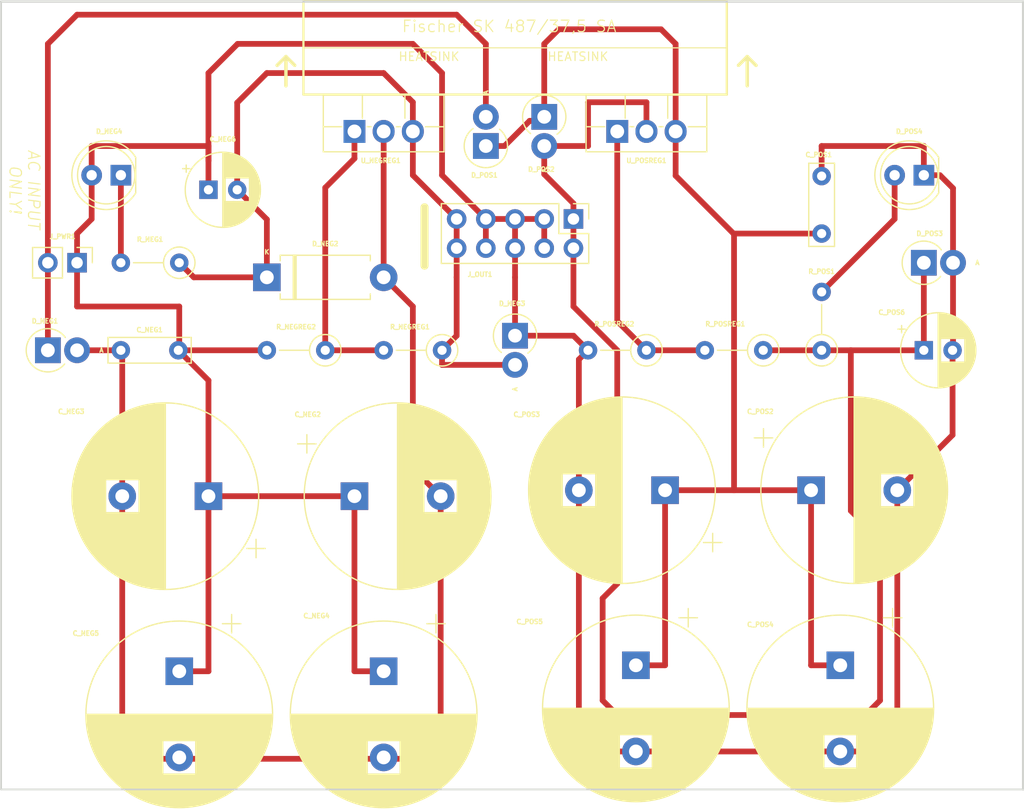
<source format=kicad_pcb>
(kicad_pcb (version 20171130) (host pcbnew "(5.0.0-3-g5ebb6b6)")
  (layers (0 F.Cu signal) (31 B.Cu signal) (34 B.Paste user) (35 F.Paste user) (36 B.SilkS user) (37 F.SilkS user) (38 B.Mask user) (39 F.Mask user) (44 Edge.Cuts user))
  (net 0 "")
  (net 1 GND)
  (net 2 /DC_NEG_IN)
  (net 3 /12VDC_NEG_REG)
  (net 4 /DC_POS_IN)
  (net 5 /12VDC_POS_REG)
  (net 6 /AC_IN)
  (net 7 "Net-(D_NEG4-Pad1)")
  (net 8 "Net-(D_POS4-Pad2)")
  (net 9 "Net-(R_NEGREG1-Pad2)")
  (net 10 "Net-(R_POSREG1-Pad2)")
  (module Package_TO_SOT_THT:TO-220F-3_Vertical (layer F.Cu) (at 157.48 67.31)
    (fp_text reference U_POSREG1 (at 2.54 2.54) (layer F.SilkS) (effects (font (size 0.4 0.4) (thickness 0.1))))
    (fp_text value LM317_3PinPackage)
    (pad 1 thru_hole rect (at 0 0) (size 1.905 2) (drill 1.2) (layers *.Cu *.Mask) (net 10 "Net-(R_POSREG1-Pad2)"))
    (pad 2 thru_hole oval (at 2.54 0) (size 1.905 2) (drill 1.2) (layers *.Cu *.Mask) (net 5 /12VDC_POS_REG))
    (pad 3 thru_hole oval (at 5.08 0) (size 1.905 2) (drill 1.2) (layers *.Cu *.Mask) (net 4 /DC_POS_IN))
  )
  (module Capacitor_THT:CP_Radial_D16.0mm_P7.50mm (layer F.Cu) (at 119.38 114.3 270)
    (fp_text reference C_NEG5 (at -3.302 8.128) (layer F.SilkS) (effects (font (size 0.4 0.4) (thickness 0.1))))
    (fp_text value 4700uF)
    (pad 2 thru_hole circle (at 7.5 0 270) (size 2.4 2.4) (drill 1.2) (layers *.Cu *.Mask) (net 2 /DC_NEG_IN))
    (pad 1 thru_hole rect (at 0 0 270) (size 2.4 2.4) (drill 1.2) (layers *.Cu *.Mask) (net 1 GND))
  )
  (module Capacitor_THT:C_Rect_L7.0mm_W2.0mm_P5.00mm (layer F.Cu) (at 114.3 86.36)
    (fp_text reference C_NEG1 (at 2.5 -1.778) (layer F.SilkS) (effects (font (size 0.4 0.4) (thickness 0.1))))
    (fp_text value 100nF)
    (pad 2 thru_hole circle (at 5 0) (size 1.6 1.6) (drill 0.8) (layers *.Cu *.Mask) (net 1 GND))
    (pad 1 thru_hole circle (at 0 0) (size 1.6 1.6) (drill 0.8) (layers *.Cu *.Mask) (net 2 /DC_NEG_IN))
  )
  (module Capacitor_THT:CP_Radial_D16.0mm_P7.50mm (layer F.Cu) (at 134.62 99.06)
    (fp_text reference C_NEG2 (at -4.064 -7.112) (layer F.SilkS) (effects (font (size 0.4 0.4) (thickness 0.1))))
    (fp_text value 4700uF)
    (pad 2 thru_hole circle (at 7.5 0) (size 2.4 2.4) (drill 1.2) (layers *.Cu *.Mask) (net 2 /DC_NEG_IN))
    (pad 1 thru_hole rect (at 0 0) (size 2.4 2.4) (drill 1.2) (layers *.Cu *.Mask) (net 1 GND))
  )
  (module Capacitor_THT:CP_Radial_D16.0mm_P7.50mm (layer F.Cu) (at 121.92 99.06 180)
    (fp_text reference C_NEG3 (at 11.938 7.366 180) (layer F.SilkS) (effects (font (size 0.4 0.4) (thickness 0.1))))
    (fp_text value 4700uF)
    (pad 1 thru_hole rect (at 0 0 180) (size 2.4 2.4) (drill 1.2) (layers *.Cu *.Mask) (net 1 GND))
    (pad 2 thru_hole circle (at 7.5 0 180) (size 2.4 2.4) (drill 1.2) (layers *.Cu *.Mask) (net 2 /DC_NEG_IN))
  )
  (module Capacitor_THT:CP_Radial_D16.0mm_P7.50mm (layer F.Cu) (at 137.16 114.3 270)
    (fp_text reference C_NEG4 (at -4.826 5.842) (layer F.SilkS) (effects (font (size 0.4 0.4) (thickness 0.1))))
    (fp_text value 4700uF)
    (pad 2 thru_hole circle (at 7.5 0 270) (size 2.4 2.4) (drill 1.2) (layers *.Cu *.Mask) (net 2 /DC_NEG_IN))
    (pad 1 thru_hole rect (at 0 0 270) (size 2.4 2.4) (drill 1.2) (layers *.Cu *.Mask) (net 1 GND))
  )
  (module Capacitor_THT:CP_Radial_D6.3mm_P2.50mm (layer F.Cu) (at 121.92 72.39)
    (fp_text reference C_NEG6 (at 1.25 -4.4) (layer F.SilkS) (effects (font (size 0.4 0.4) (thickness 0.1))))
    (fp_text value 100uF)
    (pad 1 thru_hole rect (at 0 0) (size 1.6 1.6) (drill 0.8) (layers *.Cu *.Mask) (net 1 GND))
    (pad 2 thru_hole circle (at 2.5 0) (size 1.6 1.6) (drill 0.8) (layers *.Cu *.Mask) (net 3 /12VDC_NEG_REG))
  )
  (module Capacitor_THT:C_Rect_L7.0mm_W2.0mm_P5.00mm (layer F.Cu) (at 175.26 76.2 90)
    (fp_text reference C_POS1 (at 6.858 -0.254 180) (layer F.SilkS) (effects (font (size 0.4 0.4) (thickness 0.1))))
    (fp_text value 100nF)
    (pad 1 thru_hole circle (at 0 0 90) (size 1.6 1.6) (drill 0.8) (layers *.Cu *.Mask) (net 4 /DC_POS_IN))
    (pad 2 thru_hole circle (at 5 0 90) (size 1.6 1.6) (drill 0.8) (layers *.Cu *.Mask) (net 1 GND))
  )
  (module Capacitor_THT:CP_Radial_D16.0mm_P7.50mm (layer F.Cu) (at 174.341383 98.540872)
    (fp_text reference C_POS2 (at -4.415383 -6.846872) (layer F.SilkS) (effects (font (size 0.4 0.4) (thickness 0.1))))
    (fp_text value 4700uF)
    (pad 1 thru_hole rect (at 0 0) (size 2.4 2.4) (drill 1.2) (layers *.Cu *.Mask) (net 4 /DC_POS_IN))
    (pad 2 thru_hole circle (at 7.5 0) (size 2.4 2.4) (drill 1.2) (layers *.Cu *.Mask) (net 1 GND))
  )
  (module Capacitor_THT:CP_Radial_D16.0mm_P7.50mm (layer F.Cu) (at 161.641383 98.540872 180)
    (fp_text reference C_POS3 (at 12.035383 6.592872 180) (layer F.SilkS) (effects (font (size 0.4 0.4) (thickness 0.1))))
    (fp_text value 4700uF)
    (pad 2 thru_hole circle (at 7.5 0 180) (size 2.4 2.4) (drill 1.2) (layers *.Cu *.Mask) (net 1 GND))
    (pad 1 thru_hole rect (at 0 0 180) (size 2.4 2.4) (drill 1.2) (layers *.Cu *.Mask) (net 4 /DC_POS_IN))
  )
  (module Capacitor_THT:CP_Radial_D16.0mm_P7.50mm (layer F.Cu) (at 176.881383 113.780872 270)
    (fp_text reference C_POS4 (at -3.544872 6.955383) (layer F.SilkS) (effects (font (size 0.4 0.4) (thickness 0.1))))
    (fp_text value 4700uF)
    (pad 1 thru_hole rect (at 0 0 270) (size 2.4 2.4) (drill 1.2) (layers *.Cu *.Mask) (net 4 /DC_POS_IN))
    (pad 2 thru_hole circle (at 7.5 0 270) (size 2.4 2.4) (drill 1.2) (layers *.Cu *.Mask) (net 1 GND))
  )
  (module Capacitor_THT:CP_Radial_D16.0mm_P7.50mm (layer F.Cu) (at 159.101383 113.780872 270)
    (fp_text reference C_POS5 (at -3.798872 9.241383) (layer F.SilkS) (effects (font (size 0.4 0.4) (thickness 0.1))))
    (fp_text value 4700uF)
    (pad 1 thru_hole rect (at 0 0 270) (size 2.4 2.4) (drill 1.2) (layers *.Cu *.Mask) (net 4 /DC_POS_IN))
    (pad 2 thru_hole circle (at 7.5 0 270) (size 2.4 2.4) (drill 1.2) (layers *.Cu *.Mask) (net 1 GND))
  )
  (module Capacitor_THT:CP_Radial_D6.3mm_P2.50mm (layer F.Cu) (at 184.15 86.36)
    (fp_text reference C_POS6 (at -2.794 -3.302) (layer F.SilkS) (effects (font (size 0.4 0.4) (thickness 0.1))))
    (fp_text value 100uF)
    (pad 2 thru_hole circle (at 2.5 0) (size 1.6 1.6) (drill 0.8) (layers *.Cu *.Mask) (net 1 GND))
    (pad 1 thru_hole rect (at 0 0) (size 1.6 1.6) (drill 0.8) (layers *.Cu *.Mask) (net 5 /12VDC_POS_REG))
  )
  (module Diode_THT:D_DO-15_P2.54mm_Vertical_AnodeUp (layer F.Cu) (at 148.59 85.09 270)
    (fp_text reference D_NEG3 (at -2.794 0.254) (layer F.SilkS) (effects (font (size 0.4 0.4) (thickness 0.1))))
    (fp_text value 1N4004)
    (fp_text user A (at 4.66 0 270) (layer F.SilkS) (effects (font (size 0.4 0.4) (thickness 0.1))))
    (pad 2 thru_hole oval (at 2.54 0 270) (size 2.24 2.24) (drill 1.2) (layers *.Cu *.Mask) (net 3 /12VDC_NEG_REG))
    (pad 1 thru_hole rect (at 0 0 270) (size 2.24 2.24) (drill 1.2) (layers *.Cu *.Mask) (net 1 GND))
  )
  (module LED_THT:LED_D5.0mm (layer F.Cu) (at 114.3 71.12 180)
    (fp_text reference D_NEG4 (at 1.016 3.81 180) (layer F.SilkS) (effects (font (size 0.4 0.4) (thickness 0.1))))
    (fp_text value LED)
    (pad 2 thru_hole circle (at 2.54 0 180) (size 1.8 1.8) (drill 0.9) (layers *.Cu *.Mask) (net 1 GND))
    (pad 1 thru_hole rect (at 0 0 180) (size 1.8 1.8) (drill 0.9) (layers *.Cu *.Mask) (net 7 "Net-(D_NEG4-Pad1)"))
  )
  (module Diode_THT:D_DO-15_P2.54mm_Vertical_AnodeUp (layer F.Cu) (at 146.05 68.58 90)
    (fp_text reference D_POS1 (at -2.54 -0.127 180) (layer F.SilkS) (effects (font (size 0.4 0.4) (thickness 0.1))))
    (fp_text value 1N4004)
    (fp_text user A (at 4.66 0 90) (layer F.SilkS) (effects (font (size 0.4 0.4) (thickness 0.1))))
    (pad 1 thru_hole rect (at 0 0 90) (size 2.24 2.24) (drill 1.2) (layers *.Cu *.Mask) (net 4 /DC_POS_IN))
    (pad 2 thru_hole oval (at 2.54 0 90) (size 2.24 2.24) (drill 1.2) (layers *.Cu *.Mask) (net 6 /AC_IN))
  )
  (module Diode_THT:D_DO-15_P2.54mm_Vertical_AnodeUp (layer F.Cu) (at 151.13 66.04 270)
    (fp_text reference D_POS2 (at 4.572 0.254) (layer F.SilkS) (effects (font (size 0.4 0.4) (thickness 0.1))))
    (fp_text value 1N4004)
    (fp_text user A (at 4.66 0 270) (layer F.SilkS) (effects (font (size 0.4 0.4) (thickness 0.1))))
    (pad 1 thru_hole rect (at 0 0 270) (size 2.24 2.24) (drill 1.2) (layers *.Cu *.Mask) (net 4 /DC_POS_IN))
    (pad 2 thru_hole oval (at 2.54 0 270) (size 2.24 2.24) (drill 1.2) (layers *.Cu *.Mask) (net 5 /12VDC_POS_REG))
  )
  (module Diode_THT:D_DO-15_P2.54mm_Vertical_AnodeUp (layer F.Cu) (at 184.15 78.74)
    (fp_text reference D_POS3 (at 0.508 -2.54) (layer F.SilkS) (effects (font (size 0.4 0.4) (thickness 0.1))))
    (fp_text value 1N4004)
    (fp_text user A (at 4.66 0) (layer F.SilkS) (effects (font (size 0.4 0.4) (thickness 0.1))))
    (pad 1 thru_hole rect (at 0 0) (size 2.24 2.24) (drill 1.2) (layers *.Cu *.Mask) (net 5 /12VDC_POS_REG))
    (pad 2 thru_hole oval (at 2.54 0) (size 2.24 2.24) (drill 1.2) (layers *.Cu *.Mask) (net 1 GND))
  )
  (module LED_THT:LED_D5.0mm (layer F.Cu) (at 184.15 71.12 180)
    (fp_text reference D_POS4 (at 1.27 3.81 180) (layer F.SilkS) (effects (font (size 0.4 0.4) (thickness 0.1))))
    (fp_text value LED)
    (pad 1 thru_hole rect (at 0 0 180) (size 1.8 1.8) (drill 0.9) (layers *.Cu *.Mask) (net 1 GND))
    (pad 2 thru_hole circle (at 2.54 0 180) (size 1.8 1.8) (drill 0.9) (layers *.Cu *.Mask) (net 8 "Net-(D_POS4-Pad2)"))
  )
  (module Connector_PinHeader_2.54mm:PinHeader_2x05_P2.54mm_Vertical (layer F.Cu) (at 153.67 74.93 270)
    (fp_text reference J_OUT1 (at 4.826 8.128) (layer F.SilkS) (effects (font (size 0.4 0.4) (thickness 0.1))))
    (fp_text value Conn_02x05_Odd_Even)
    (pad 1 thru_hole rect (at 0 0 270) (size 1.7 1.7) (drill 1) (layers *.Cu *.Mask) (net 5 /12VDC_POS_REG))
    (pad 2 thru_hole oval (at 2.54 0 270) (size 1.7 1.7) (drill 1) (layers *.Cu *.Mask) (net 5 /12VDC_POS_REG))
    (pad 3 thru_hole oval (at 0 2.54 270) (size 1.7 1.7) (drill 1) (layers *.Cu *.Mask) (net 1 GND))
    (pad 4 thru_hole oval (at 2.54 2.54 270) (size 1.7 1.7) (drill 1) (layers *.Cu *.Mask) (net 1 GND))
    (pad 5 thru_hole oval (at 0 5.08 270) (size 1.7 1.7) (drill 1) (layers *.Cu *.Mask) (net 1 GND))
    (pad 6 thru_hole oval (at 2.54 5.08 270) (size 1.7 1.7) (drill 1) (layers *.Cu *.Mask) (net 1 GND))
    (pad 7 thru_hole oval (at 0 7.62 270) (size 1.7 1.7) (drill 1) (layers *.Cu *.Mask) (net 1 GND))
    (pad 8 thru_hole oval (at 2.54 7.62 270) (size 1.7 1.7) (drill 1) (layers *.Cu *.Mask) (net 1 GND))
    (pad 9 thru_hole oval (at 0 10.16 270) (size 1.7 1.7) (drill 1) (layers *.Cu *.Mask) (net 3 /12VDC_NEG_REG))
    (pad 10 thru_hole oval (at 2.54 10.16 270) (size 1.7 1.7) (drill 1) (layers *.Cu *.Mask) (net 3 /12VDC_NEG_REG))
  )
  (module Connector_PinHeader_2.54mm:PinHeader_1x02_P2.54mm_Vertical (layer F.Cu) (at 110.49 78.74 270)
    (fp_text reference J_PWR1 (at -2.286 1.27) (layer F.SilkS) (effects (font (size 0.4 0.4) (thickness 0.1))))
    (fp_text value Conn_01x02)
    (pad 1 thru_hole rect (at 0 0 270) (size 1.7 1.7) (drill 1) (layers *.Cu *.Mask) (net 1 GND))
    (pad 2 thru_hole oval (at 0 2.54 270) (size 1.7 1.7) (drill 1) (layers *.Cu *.Mask) (net 6 /AC_IN))
  )
  (module Resistor_THT:R_Axial_DIN0207_L6.3mm_D2.5mm_P5.08mm_Vertical (layer F.Cu) (at 119.38 78.74 180)
    (fp_text reference R_NEG1 (at 2.54 2.032 180) (layer F.SilkS) (effects (font (size 0.4 0.4) (thickness 0.1))))
    (fp_text value 1K)
    (pad 2 thru_hole oval (at 5.08 0 180) (size 1.6 1.6) (drill 0.8) (layers *.Cu *.Mask) (net 7 "Net-(D_NEG4-Pad1)"))
    (pad 1 thru_hole circle (at 0 0 180) (size 1.6 1.6) (drill 0.8) (layers *.Cu *.Mask) (net 3 /12VDC_NEG_REG))
  )
  (module Resistor_THT:R_Axial_DIN0207_L6.3mm_D2.5mm_P5.08mm_Vertical (layer F.Cu) (at 142.24 86.36 180)
    (fp_text reference R_NEGREG1 (at 2.794 2.032 180) (layer F.SilkS) (effects (font (size 0.4 0.4) (thickness 0.1))))
    (fp_text value 120R)
    (pad 1 thru_hole circle (at 0 0 180) (size 1.6 1.6) (drill 0.8) (layers *.Cu *.Mask) (net 3 /12VDC_NEG_REG))
    (pad 2 thru_hole oval (at 5.08 0 180) (size 1.6 1.6) (drill 0.8) (layers *.Cu *.Mask) (net 9 "Net-(R_NEGREG1-Pad2)"))
  )
  (module Resistor_THT:R_Axial_DIN0207_L6.3mm_D2.5mm_P5.08mm_Vertical (layer F.Cu) (at 132.08 86.36 180)
    (fp_text reference R_NEGREG2 (at 2.54 2.032 180) (layer F.SilkS) (effects (font (size 0.4 0.4) (thickness 0.1))))
    (fp_text value 390R)
    (pad 2 thru_hole oval (at 5.08 0 180) (size 1.6 1.6) (drill 0.8) (layers *.Cu *.Mask) (net 1 GND))
    (pad 1 thru_hole circle (at 0 0 180) (size 1.6 1.6) (drill 0.8) (layers *.Cu *.Mask) (net 9 "Net-(R_NEGREG1-Pad2)"))
  )
  (module Resistor_THT:R_Axial_DIN0207_L6.3mm_D2.5mm_P5.08mm_Vertical (layer F.Cu) (at 175.26 86.36 90)
    (fp_text reference R_POS1 (at 6.858 0 180) (layer F.SilkS) (effects (font (size 0.4 0.4) (thickness 0.1))))
    (fp_text value 1K)
    (pad 1 thru_hole circle (at 0 0 90) (size 1.6 1.6) (drill 0.8) (layers *.Cu *.Mask) (net 5 /12VDC_POS_REG))
    (pad 2 thru_hole oval (at 5.08 0 90) (size 1.6 1.6) (drill 0.8) (layers *.Cu *.Mask) (net 8 "Net-(D_POS4-Pad2)"))
  )
  (module Resistor_THT:R_Axial_DIN0207_L6.3mm_D2.5mm_P5.08mm_Vertical (layer F.Cu) (at 170.18 86.36 180)
    (fp_text reference R_POSREG1 (at 3.302 2.286 180) (layer F.SilkS) (effects (font (size 0.4 0.4) (thickness 0.1))))
    (fp_text value 120R)
    (pad 1 thru_hole circle (at 0 0 180) (size 1.6 1.6) (drill 0.8) (layers *.Cu *.Mask) (net 5 /12VDC_POS_REG))
    (pad 2 thru_hole oval (at 5.08 0 180) (size 1.6 1.6) (drill 0.8) (layers *.Cu *.Mask) (net 10 "Net-(R_POSREG1-Pad2)"))
  )
  (module Resistor_THT:R_Axial_DIN0207_L6.3mm_D2.5mm_P5.08mm_Vertical (layer F.Cu) (at 160.02 86.36 180)
    (fp_text reference R_POSREG2 (at 2.794 2.286 180) (layer F.SilkS) (effects (font (size 0.4 0.4) (thickness 0.1))))
    (fp_text value 390R)
    (pad 2 thru_hole oval (at 5.08 0 180) (size 1.6 1.6) (drill 0.8) (layers *.Cu *.Mask) (net 1 GND))
    (pad 1 thru_hole circle (at 0 0 180) (size 1.6 1.6) (drill 0.8) (layers *.Cu *.Mask) (net 10 "Net-(R_POSREG1-Pad2)"))
  )
  (module Package_TO_SOT_THT:TO-220F-3_Vertical (layer F.Cu) (at 134.62 67.31)
    (fp_text reference U_NEGREG1 (at 2.286 2.54) (layer F.SilkS) (effects (font (size 0.4 0.4) (thickness 0.1))))
    (fp_text value LM337_TO220)
    (pad 3 thru_hole oval (at 5.08 0) (size 1.905 2) (drill 1.2) (layers *.Cu *.Mask) (net 3 /12VDC_NEG_REG))
    (pad 2 thru_hole oval (at 2.54 0) (size 1.905 2) (drill 1.2) (layers *.Cu *.Mask) (net 2 /DC_NEG_IN))
    (pad 1 thru_hole rect (at 0 0) (size 1.905 2) (drill 1.2) (layers *.Cu *.Mask) (net 9 "Net-(R_NEGREG1-Pad2)"))
  )
  (module Diode_THT:D_DO-15_P2.54mm_Vertical_AnodeUp (layer F.Cu) (at 107.95 86.36)
    (fp_text reference D_NEG1 (at -0.254 -2.54) (layer F.SilkS) (effects (font (size 0.4 0.4) (thickness 0.1))))
    (fp_text value 1N4007)
    (fp_text user A (at 4.66 0) (layer F.SilkS) (effects (font (size 0.4 0.4) (thickness 0.1))))
    (pad 1 thru_hole rect (at 0 0) (size 2.24 2.24) (drill 1.2) (layers *.Cu *.Mask) (net 6 /AC_IN))
    (pad 2 thru_hole oval (at 2.54 0) (size 2.24 2.24) (drill 1.2) (layers *.Cu *.Mask) (net 2 /DC_NEG_IN))
  )
  (module Diode_THT:D_DO-15_P10.16mm_Horizontal (layer F.Cu) (at 127 80.01)
    (fp_text reference D_NEG2 (at 5.08 -2.92) (layer F.SilkS) (effects (font (size 0.4 0.4) (thickness 0.1))))
    (fp_text value 1N4004)
    (fp_text user K (at 0 -2.2) (layer F.SilkS) (effects (font (size 0.4 0.4) (thickness 0.1))))
    (pad 1 thru_hole rect (at 0 0) (size 2.4 2.4) (drill 1.2) (layers *.Cu *.Mask) (net 3 /12VDC_NEG_REG))
    (pad 2 thru_hole oval (at 10.16 0) (size 2.4 2.4) (drill 1.2) (layers *.Cu *.Mask) (net 2 /DC_NEG_IN))
  )
  (gr_line (start 168.79082 60.796608) (end 169.55282 61.558608) (layer F.SilkS) (width 0.3))
  (gr_line (start 168.79082 60.796608) (end 168.02882 61.558608) (layer F.SilkS) (width 0.3))
  (gr_line (start 168.79082 63.336608) (end 168.79082 60.796608) (layer F.SilkS) (width 0.3))
  (gr_line (start 128.65882 60.796608) (end 127.89682 61.558608) (layer F.SilkS) (width 0.3))
  (gr_line (start 128.65882 60.796608) (end 129.42082 61.558608) (layer F.SilkS) (width 0.3))
  (gr_line (start 128.65882 63.336608) (end 128.65882 60.796608) (layer F.SilkS) (width 0.3))
  (gr_line (start 130.18282 55.970608) (end 167.01282 55.970608) (layer F.SilkS) (width 0.2))
  (gr_line (start 130.18282 64.098608) (end 167.01282 64.098608) (layer F.SilkS) (width 0.2))
  (gr_line (start 130.18282 55.970608) (end 130.18282 64.098608) (layer F.SilkS) (width 0.2))
  (gr_line (start 167.01282 55.970608) (end 167.01282 64.098608) (layer F.SilkS) (width 0.2))
  (gr_text "AC INPUT\nONLY!" (at 105.918 72.39 270) (layer F.SilkS) (effects (font (size 1 1) (thickness 0.1) italic)))
  (gr_text "Fischer SK 487/37,5 SA" (at 148.082 58.166) (layer F.SilkS) (effects (font (size 1 1) (thickness 0.1))))
  (gr_line (start 140.716 73.914) (end 140.716 78.994) (layer F.SilkS) (width 0.7))
  (gr_text HEATSINK (at 154.05882 60.796608) (layer F.SilkS) (effects (font (size 0.75 0.75) (thickness 0.1))))
  (gr_text HEATSINK (at 141.10482 60.796608) (layer F.SilkS) (effects (font (size 0.75 0.75) (thickness 0.1))))
  (gr_line (start 130.18282 60.034608) (end 167.01282 60.034608) (layer F.SilkS) (width 0.1))
  (gr_line (start 103.886 124.587) (end 103.886 56.007) (layer Edge.Cuts) (width 0.15))
  (gr_line (start 192.786 124.587) (end 103.886 124.587) (layer Edge.Cuts) (width 0.15))
  (gr_line (start 192.786 56.007) (end 192.786 124.587) (layer Edge.Cuts) (width 0.2))
  (gr_line (start 103.886 56.007) (end 192.786 56.007) (layer Edge.Cuts) (width 0.2))
  (segment (start 119.38 114.3) (end 121.92 114.3) (width 0.5) (layer F.Cu) (net 1))
  (segment (start 121.92 114.3) (end 121.92 99.06) (width 0.5) (layer F.Cu) (net 1))
  (segment (start 121.92 99.06) (end 134.62 99.06) (width 0.5) (layer F.Cu) (net 1))
  (segment (start 134.62 99.06) (end 134.62 114.3) (width 0.5) (layer F.Cu) (net 1))
  (segment (start 134.62 114.3) (end 137.16 114.3) (width 0.5) (layer F.Cu) (net 1))
  (segment (start 176.881383 121.280872) (end 181.841383 121.280872) (width 0.5) (layer F.Cu) (net 1))
  (segment (start 181.841383 121.280872) (end 181.841383 98.540872) (width 0.5) (layer F.Cu) (net 1))
  (segment (start 154.141383 98.540872) (end 154.141383 121.280872) (width 0.5) (layer F.Cu) (net 1))
  (segment (start 154.141383 121.280872) (end 159.101383 121.280872) (width 0.5) (layer F.Cu) (net 1))
  (segment (start 159.101383 121.280872) (end 176.881383 121.280872) (width 0.5) (layer F.Cu) (net 1))
  (segment (start 119.38 86.28) (end 119.3 86.36) (width 0.5) (layer F.Cu) (net 1))
  (segment (start 119.38 82.55) (end 119.38 86.28) (width 0.5) (layer F.Cu) (net 1))
  (segment (start 110.49 82.55) (end 119.38 82.55) (width 0.5) (layer F.Cu) (net 1))
  (segment (start 110.49 78.74) (end 110.49 82.55) (width 0.5) (layer F.Cu) (net 1))
  (segment (start 121.92 88.98) (end 119.3 86.36) (width 0.5) (layer F.Cu) (net 1))
  (segment (start 121.92 99.06) (end 121.92 88.98) (width 0.5) (layer F.Cu) (net 1))
  (segment (start 119.3 86.36) (end 127 86.36) (width 0.5) (layer F.Cu) (net 1))
  (segment (start 153.67 85.09) (end 154.94 86.36) (width 0.5) (layer F.Cu) (net 1))
  (segment (start 148.59 85.09) (end 153.67 85.09) (width 0.5) (layer F.Cu) (net 1))
  (segment (start 148.59 85.09) (end 148.59 80.01) (width 0.5) (layer F.Cu) (net 1))
  (segment (start 146.05 77.47) (end 146.05 74.93) (width 0.5) (layer F.Cu) (net 1))
  (segment (start 146.05 74.93) (end 151.13 74.93) (width 0.5) (layer F.Cu) (net 1))
  (segment (start 151.13 77.47) (end 151.13 74.93) (width 0.5) (layer F.Cu) (net 1))
  (segment (start 154.141383 87.158617) (end 154.94 86.36) (width 0.5) (layer F.Cu) (net 1))
  (segment (start 154.141383 98.540872) (end 154.141383 87.158617) (width 0.5) (layer F.Cu) (net 1))
  (segment (start 175.26 71.2) (end 175.26 68.58) (width 0.5) (layer F.Cu) (net 1))
  (segment (start 175.26 68.58) (end 184.15 68.58) (width 0.5) (layer F.Cu) (net 1))
  (segment (start 184.15 68.58) (end 184.15 71.12) (width 0.5) (layer F.Cu) (net 1))
  (segment (start 185.55 71.12) (end 184.15 71.12) (width 0.5) (layer F.Cu) (net 1))
  (segment (start 186.69 72.26) (end 185.55 71.12) (width 0.5) (layer F.Cu) (net 1))
  (segment (start 186.69 78.74) (end 186.69 72.26) (width 0.5) (layer F.Cu) (net 1))
  (segment (start 186.69 86.32) (end 186.65 86.36) (width 0.5) (layer F.Cu) (net 1))
  (segment (start 186.69 78.74) (end 186.69 86.32) (width 0.5) (layer F.Cu) (net 1))
  (segment (start 186.65 93.732255) (end 181.841383 98.540872) (width 0.5) (layer F.Cu) (net 1))
  (segment (start 186.65 86.36) (end 186.65 93.732255) (width 0.5) (layer F.Cu) (net 1))
  (segment (start 146.05 74.93) (end 142.24 71.12) (width 0.5) (layer F.Cu) (net 1))
  (segment (start 121.92 62.23) (end 121.92 69.85) (width 0.5) (layer F.Cu) (net 1))
  (segment (start 139.7 59.69) (end 124.46 59.69) (width 0.5) (layer F.Cu) (net 1))
  (segment (start 124.46 59.69) (end 121.92 62.23) (width 0.5) (layer F.Cu) (net 1))
  (segment (start 142.24 62.23) (end 139.7 59.69) (width 0.5) (layer F.Cu) (net 1))
  (segment (start 142.24 71.12) (end 142.24 62.23) (width 0.5) (layer F.Cu) (net 1))
  (segment (start 148.59 80.01) (end 148.59 77.47) (width 0.5) (layer F.Cu) (net 1))
  (segment (start 148.59 77.47) (end 148.59 74.93) (width 0.5) (layer F.Cu) (net 1))
  (segment (start 121.92 69.85) (end 121.92 72.39) (width 0.5) (layer F.Cu) (net 1))
  (segment (start 111.76 68.58) (end 121.92 68.58) (width 0.5) (layer F.Cu) (net 1))
  (segment (start 111.76 74.93) (end 111.76 68.58) (width 0.5) (layer F.Cu) (net 1))
  (segment (start 110.49 76.2) (end 111.76 74.93) (width 0.5) (layer F.Cu) (net 1))
  (segment (start 121.92 68.58) (end 121.92 69.85) (width 0.5) (layer F.Cu) (net 1))
  (segment (start 110.49 78.74) (end 110.49 76.2) (width 0.5) (layer F.Cu) (net 1))
  (segment (start 142.24 121.92) (end 142.12 121.8) (width 0.5) (layer F.Cu) (net 2))
  (segment (start 114.42 121.8) (end 114.54 121.92) (width 0.5) (layer F.Cu) (net 2))
  (segment (start 114.42 99.06) (end 114.42 121.8) (width 0.5) (layer F.Cu) (net 2))
  (segment (start 114.42 86.48) (end 114.3 86.36) (width 0.5) (layer F.Cu) (net 2))
  (segment (start 114.42 99.06) (end 114.42 86.48) (width 0.5) (layer F.Cu) (net 2))
  (segment (start 114.3 86.36) (end 110.49 86.36) (width 0.5) (layer F.Cu) (net 2))
  (segment (start 114.54 121.92) (end 142.24 121.92) (width 0.5) (layer F.Cu) (net 2))
  (segment (start 142.12 121.8) (end 142.12 99.06) (width 0.5) (layer F.Cu) (net 2))
  (segment (start 139.7 96.64) (end 142.12 99.06) (width 0.5) (layer F.Cu) (net 2))
  (segment (start 139.7 82.55) (end 139.7 96.64) (width 0.5) (layer F.Cu) (net 2))
  (segment (start 137.16 80.01) (end 139.7 82.55) (width 0.5) (layer F.Cu) (net 2))
  (segment (start 137.16 67.31) (end 137.16 80.01) (width 0.5) (layer F.Cu) (net 2))
  (segment (start 143.51 85.09) (end 142.24 86.36) (width 0.5) (layer F.Cu) (net 3))
  (segment (start 143.51 80.01) (end 143.51 85.09) (width 0.5) (layer F.Cu) (net 3))
  (segment (start 142.24 86.36) (end 142.24 87.63) (width 0.5) (layer F.Cu) (net 3))
  (segment (start 142.24 87.63) (end 148.59 87.63) (width 0.5) (layer F.Cu) (net 3))
  (segment (start 143.51 80.01) (end 143.51 77.47) (width 0.5) (layer F.Cu) (net 3))
  (segment (start 127 74.97) (end 127 80.01) (width 0.5) (layer F.Cu) (net 3))
  (segment (start 124.42 72.39) (end 127 74.97) (width 0.5) (layer F.Cu) (net 3))
  (segment (start 120.65 80.01) (end 119.38 78.74) (width 0.5) (layer F.Cu) (net 3))
  (segment (start 127 80.01) (end 120.65 80.01) (width 0.5) (layer F.Cu) (net 3))
  (segment (start 143.51 74.93) (end 143.51 77.47) (width 0.5) (layer F.Cu) (net 3))
  (segment (start 137.16 62.23) (end 139.7 64.77) (width 0.5) (layer F.Cu) (net 3))
  (segment (start 127 62.23) (end 137.16 62.23) (width 0.5) (layer F.Cu) (net 3))
  (segment (start 139.7 64.77) (end 139.7 71.12) (width 0.5) (layer F.Cu) (net 3))
  (segment (start 139.7 71.12) (end 143.51 74.93) (width 0.5) (layer F.Cu) (net 3))
  (segment (start 124.42 64.81) (end 127 62.23) (width 0.5) (layer F.Cu) (net 3))
  (segment (start 124.42 72.39) (end 124.42 64.81) (width 0.5) (layer F.Cu) (net 3))
  (segment (start 159.101383 113.780872) (end 161.641383 113.780872) (width 0.5) (layer F.Cu) (net 4))
  (segment (start 161.641383 113.780872) (end 161.641383 98.540872) (width 0.5) (layer F.Cu) (net 4))
  (segment (start 174.341383 98.540872) (end 174.341383 113.780872) (width 0.5) (layer F.Cu) (net 4))
  (segment (start 174.341383 113.780872) (end 176.881383 113.780872) (width 0.5) (layer F.Cu) (net 4))
  (segment (start 167.64 76.2475) (end 167.64 98.540872) (width 0.5) (layer F.Cu) (net 4))
  (segment (start 167.64 98.540872) (end 161.641383 98.540872) (width 0.5) (layer F.Cu) (net 4))
  (segment (start 174.341383 98.540872) (end 167.64 98.540872) (width 0.5) (layer F.Cu) (net 4))
  (segment (start 167.5925 76.2) (end 167.64 76.2475) (width 0.5) (layer F.Cu) (net 4))
  (segment (start 175.26 76.2) (end 167.5925 76.2) (width 0.5) (layer F.Cu) (net 4))
  (segment (start 147.67 68.58) (end 149.86 66.39) (width 0.5) (layer F.Cu) (net 4))
  (segment (start 146.05 68.58) (end 147.67 68.58) (width 0.5) (layer F.Cu) (net 4))
  (segment (start 150.78 66.39) (end 151.13 66.04) (width 0.5) (layer F.Cu) (net 4))
  (segment (start 149.86 66.39) (end 150.78 66.39) (width 0.5) (layer F.Cu) (net 4))
  (segment (start 162.56 71.1675) (end 167.5925 76.2) (width 0.5) (layer F.Cu) (net 4))
  (segment (start 161.29 58.42) (end 162.56 59.69) (width 0.5) (layer F.Cu) (net 4))
  (segment (start 152.4 58.42) (end 161.29 58.42) (width 0.5) (layer F.Cu) (net 4))
  (segment (start 162.56 59.69) (end 162.56 71.1675) (width 0.5) (layer F.Cu) (net 4))
  (segment (start 151.13 59.69) (end 152.4 58.42) (width 0.5) (layer F.Cu) (net 4))
  (segment (start 151.13 66.04) (end 151.13 59.69) (width 0.5) (layer F.Cu) (net 4))
  (segment (start 153.67 77.47) (end 153.67 74.93) (width 0.5) (layer F.Cu) (net 5))
  (segment (start 160.02 64.77) (end 154.94 64.77) (width 0.5) (layer F.Cu) (net 5))
  (segment (start 160.02 67.31) (end 160.02 64.77) (width 0.5) (layer F.Cu) (net 5))
  (segment (start 184.15 86.36) (end 184.15 78.74) (width 0.5) (layer F.Cu) (net 5))
  (segment (start 170.18 86.36) (end 175.26 86.36) (width 0.5) (layer F.Cu) (net 5))
  (segment (start 177.8 86.36) (end 184.15 86.36) (width 0.5) (layer F.Cu) (net 5))
  (segment (start 175.26 86.36) (end 177.8 86.36) (width 0.5) (layer F.Cu) (net 5))
  (segment (start 151.13 68.58) (end 154.94 68.58) (width 0.5) (layer F.Cu) (net 5))
  (segment (start 154.94 64.77) (end 154.94 68.58) (width 0.5) (layer F.Cu) (net 5))
  (segment (start 177.8 100.33) (end 177.8 86.36) (width 0.5) (layer F.Cu) (net 5))
  (segment (start 180.34 116.84) (end 180.34 102.87) (width 0.5) (layer F.Cu) (net 5))
  (segment (start 179.07 118.11) (end 180.34 116.84) (width 0.5) (layer F.Cu) (net 5))
  (segment (start 180.34 102.87) (end 177.8 100.33) (width 0.5) (layer F.Cu) (net 5))
  (segment (start 157.48 118.11) (end 179.07 118.11) (width 0.5) (layer F.Cu) (net 5))
  (segment (start 156.21 116.84) (end 157.48 118.11) (width 0.5) (layer F.Cu) (net 5))
  (segment (start 153.67 82.55) (end 157.48 86.36) (width 0.5) (layer F.Cu) (net 5))
  (segment (start 157.48 106.68) (end 156.21 107.95) (width 0.5) (layer F.Cu) (net 5))
  (segment (start 156.21 107.95) (end 156.21 116.84) (width 0.5) (layer F.Cu) (net 5))
  (segment (start 157.48 86.36) (end 157.48 106.68) (width 0.5) (layer F.Cu) (net 5))
  (segment (start 153.67 77.47) (end 153.67 82.55) (width 0.5) (layer F.Cu) (net 5))
  (segment (start 151.13 71.04) (end 151.13 68.58) (width 0.5) (layer F.Cu) (net 5))
  (segment (start 153.67 73.58) (end 151.13 71.04) (width 0.5) (layer F.Cu) (net 5))
  (segment (start 153.67 74.93) (end 153.67 73.58) (width 0.5) (layer F.Cu) (net 5))
  (segment (start 107.95 86.36) (end 107.95 78.74) (width 0.5) (layer F.Cu) (net 6))
  (segment (start 107.95 59.69) (end 107.95 78.74) (width 0.5) (layer F.Cu) (net 6))
  (segment (start 110.49 57.15) (end 107.95 59.69) (width 0.5) (layer F.Cu) (net 6))
  (segment (start 143.51 57.15) (end 110.49 57.15) (width 0.5) (layer F.Cu) (net 6))
  (segment (start 146.05 59.69) (end 143.51 57.15) (width 0.5) (layer F.Cu) (net 6))
  (segment (start 146.05 66.04) (end 146.05 59.69) (width 0.5) (layer F.Cu) (net 6))
  (segment (start 114.3 78.74) (end 114.3 71.12) (width 0.5) (layer F.Cu) (net 7))
  (segment (start 181.61 74.93) (end 175.26 81.28) (width 0.5) (layer F.Cu) (net 8))
  (segment (start 181.61 71.12) (end 181.61 74.93) (width 0.5) (layer F.Cu) (net 8))
  (segment (start 132.08 86.36) (end 137.16 86.36) (width 0.5) (layer F.Cu) (net 9))
  (segment (start 134.62 69.6675) (end 134.62 67.31) (width 0.5) (layer F.Cu) (net 9))
  (segment (start 132.08 72.2075) (end 134.62 69.6675) (width 0.5) (layer F.Cu) (net 9))
  (segment (start 132.08 86.36) (end 132.08 72.2075) (width 0.5) (layer F.Cu) (net 9))
  (segment (start 160.02 86.36) (end 165.1 86.36) (width 0.5) (layer F.Cu) (net 10))
  (segment (start 157.48 83.82) (end 160.02 86.36) (width 0.5) (layer F.Cu) (net 10))
  (segment (start 157.48 67.31) (end 157.48 83.82) (width 0.5) (layer F.Cu) (net 10))
)
</source>
